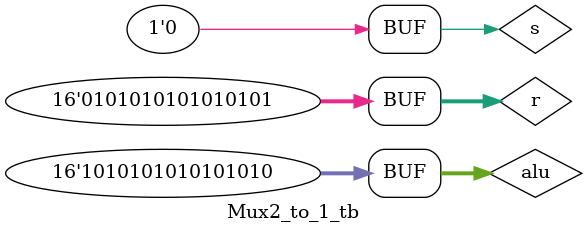
<source format=sv>

module Mux2_to_1(R_data, ALU_out, RF_s, W_data); //input and output signals

	output [15:0] W_data; //output
	input [15:0] R_data, ALU_out; //2 16-bit input signals
	input RF_s; //input

	assign W_data=(RF_s)?R_data:ALU_out; //High:R_data  Low:ALU_out
endmodule


//testbench
module Mux2_to_1_tb();
	wire[15:0] out;
	reg [15:0] r, alu;
	reg s;

Mux2_to_1 DUT(.W_data(out), .R_data(r), .ALU_out(alu), .RF_s(s));

initial begin
	r=16'hFFFF;
	alu=16'hAAAA;
	s=1'b0;
	#2;

	s=1'b1;
	#2;

	r=16'h5555;
	#2;

	s=1'b0;
	#2;
	
end

endmodule
</source>
